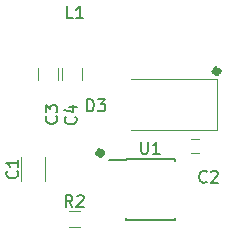
<source format=gbr>
G04 #@! TF.GenerationSoftware,KiCad,Pcbnew,(5.0.0-3-g5ebb6b6)*
G04 #@! TF.CreationDate,2018-09-18T17:23:57-07:00*
G04 #@! TF.ProjectId,phone_charger,70686F6E655F636861726765722E6B69,rev?*
G04 #@! TF.SameCoordinates,Original*
G04 #@! TF.FileFunction,Legend,Top*
G04 #@! TF.FilePolarity,Positive*
%FSLAX46Y46*%
G04 Gerber Fmt 4.6, Leading zero omitted, Abs format (unit mm)*
G04 Created by KiCad (PCBNEW (5.0.0-3-g5ebb6b6)) date Tuesday, September 18, 2018 at 05:23:57 PM*
%MOMM*%
%LPD*%
G01*
G04 APERTURE LIST*
%ADD10C,0.580000*%
%ADD11C,0.150000*%
%ADD12C,0.120000*%
G04 APERTURE END LIST*
D10*
X109626400Y-70053200D02*
G75*
G03X109626400Y-70053200I-152400J0D01*
G01*
X99771200Y-76962000D02*
G75*
G03X99771200Y-76962000I-152400J0D01*
G01*
D11*
G04 #@! TO.C,U1*
X101788001Y-77517001D02*
X101788001Y-77567001D01*
X105938001Y-77517001D02*
X105938001Y-77662001D01*
X105938001Y-82667001D02*
X105938001Y-82522001D01*
X101788001Y-82667001D02*
X101788001Y-82522001D01*
X101788001Y-77517001D02*
X105938001Y-77517001D01*
X101788001Y-82667001D02*
X105938001Y-82667001D01*
X101788001Y-77567001D02*
X100388001Y-77567001D01*
D12*
G04 #@! TO.C,C2*
X107980000Y-77003200D02*
X107280000Y-77003200D01*
X107280000Y-75803200D02*
X107980000Y-75803200D01*
G04 #@! TO.C,C4*
X98132000Y-70787200D02*
X98132000Y-69787200D01*
X96432000Y-69787200D02*
X96432000Y-70787200D01*
G04 #@! TO.C,C3*
X96049200Y-70787200D02*
X96049200Y-69787200D01*
X94349200Y-69787200D02*
X94349200Y-70787200D01*
G04 #@! TO.C,C1*
X92960000Y-77352400D02*
X92960000Y-79352400D01*
X95000000Y-79352400D02*
X95000000Y-77352400D01*
G04 #@! TO.C,D3*
X109502000Y-75048000D02*
X109502000Y-70748000D01*
X109502000Y-70748000D02*
X102202000Y-70748000D01*
X109502000Y-75048000D02*
X102202000Y-75048000D01*
G04 #@! TO.C,R2*
X97952000Y-83230000D02*
X96952000Y-83230000D01*
X96952000Y-81870000D02*
X97952000Y-81870000D01*
G04 #@! TO.C,U1*
D11*
X103101096Y-76044381D02*
X103101096Y-76853905D01*
X103148715Y-76949143D01*
X103196334Y-76996762D01*
X103291572Y-77044381D01*
X103482048Y-77044381D01*
X103577286Y-76996762D01*
X103624905Y-76949143D01*
X103672524Y-76853905D01*
X103672524Y-76044381D01*
X104672524Y-77044381D02*
X104101096Y-77044381D01*
X104386810Y-77044381D02*
X104386810Y-76044381D01*
X104291572Y-76187239D01*
X104196334Y-76282477D01*
X104101096Y-76330096D01*
G04 #@! TO.C,C2*
X108646933Y-79401942D02*
X108599314Y-79449561D01*
X108456457Y-79497180D01*
X108361219Y-79497180D01*
X108218361Y-79449561D01*
X108123123Y-79354323D01*
X108075504Y-79259085D01*
X108027885Y-79068609D01*
X108027885Y-78925752D01*
X108075504Y-78735276D01*
X108123123Y-78640038D01*
X108218361Y-78544800D01*
X108361219Y-78497180D01*
X108456457Y-78497180D01*
X108599314Y-78544800D01*
X108646933Y-78592419D01*
X109027885Y-78592419D02*
X109075504Y-78544800D01*
X109170742Y-78497180D01*
X109408838Y-78497180D01*
X109504076Y-78544800D01*
X109551695Y-78592419D01*
X109599314Y-78687657D01*
X109599314Y-78782895D01*
X109551695Y-78925752D01*
X108980266Y-79497180D01*
X109599314Y-79497180D01*
G04 #@! TO.C,C4*
X97537542Y-73928266D02*
X97585161Y-73975885D01*
X97632780Y-74118742D01*
X97632780Y-74213980D01*
X97585161Y-74356838D01*
X97489923Y-74452076D01*
X97394685Y-74499695D01*
X97204209Y-74547314D01*
X97061352Y-74547314D01*
X96870876Y-74499695D01*
X96775638Y-74452076D01*
X96680400Y-74356838D01*
X96632780Y-74213980D01*
X96632780Y-74118742D01*
X96680400Y-73975885D01*
X96728019Y-73928266D01*
X96966114Y-73071123D02*
X97632780Y-73071123D01*
X96585161Y-73309219D02*
X97299447Y-73547314D01*
X97299447Y-72928266D01*
G04 #@! TO.C,C3*
X95911942Y-73877466D02*
X95959561Y-73925085D01*
X96007180Y-74067942D01*
X96007180Y-74163180D01*
X95959561Y-74306038D01*
X95864323Y-74401276D01*
X95769085Y-74448895D01*
X95578609Y-74496514D01*
X95435752Y-74496514D01*
X95245276Y-74448895D01*
X95150038Y-74401276D01*
X95054800Y-74306038D01*
X95007180Y-74163180D01*
X95007180Y-74067942D01*
X95054800Y-73925085D01*
X95102419Y-73877466D01*
X95007180Y-73544133D02*
X95007180Y-72925085D01*
X95388133Y-73258419D01*
X95388133Y-73115561D01*
X95435752Y-73020323D01*
X95483371Y-72972704D01*
X95578609Y-72925085D01*
X95816704Y-72925085D01*
X95911942Y-72972704D01*
X95959561Y-73020323D01*
X96007180Y-73115561D01*
X96007180Y-73401276D01*
X95959561Y-73496514D01*
X95911942Y-73544133D01*
G04 #@! TO.C,C1*
X92587142Y-78519066D02*
X92634761Y-78566685D01*
X92682380Y-78709542D01*
X92682380Y-78804780D01*
X92634761Y-78947638D01*
X92539523Y-79042876D01*
X92444285Y-79090495D01*
X92253809Y-79138114D01*
X92110952Y-79138114D01*
X91920476Y-79090495D01*
X91825238Y-79042876D01*
X91730000Y-78947638D01*
X91682380Y-78804780D01*
X91682380Y-78709542D01*
X91730000Y-78566685D01*
X91777619Y-78519066D01*
X92682380Y-77566685D02*
X92682380Y-78138114D01*
X92682380Y-77852400D02*
X91682380Y-77852400D01*
X91825238Y-77947638D01*
X91920476Y-78042876D01*
X91968095Y-78138114D01*
G04 #@! TO.C,D3*
X98525104Y-73451980D02*
X98525104Y-72451980D01*
X98763200Y-72451980D01*
X98906057Y-72499600D01*
X99001295Y-72594838D01*
X99048914Y-72690076D01*
X99096533Y-72880552D01*
X99096533Y-73023409D01*
X99048914Y-73213885D01*
X99001295Y-73309123D01*
X98906057Y-73404361D01*
X98763200Y-73451980D01*
X98525104Y-73451980D01*
X99429866Y-72451980D02*
X100048914Y-72451980D01*
X99715580Y-72832933D01*
X99858438Y-72832933D01*
X99953676Y-72880552D01*
X100001295Y-72928171D01*
X100048914Y-73023409D01*
X100048914Y-73261504D01*
X100001295Y-73356742D01*
X99953676Y-73404361D01*
X99858438Y-73451980D01*
X99572723Y-73451980D01*
X99477485Y-73404361D01*
X99429866Y-73356742D01*
G04 #@! TO.C,R2*
X97285333Y-81552380D02*
X96952000Y-81076190D01*
X96713904Y-81552380D02*
X96713904Y-80552380D01*
X97094857Y-80552380D01*
X97190095Y-80600000D01*
X97237714Y-80647619D01*
X97285333Y-80742857D01*
X97285333Y-80885714D01*
X97237714Y-80980952D01*
X97190095Y-81028571D01*
X97094857Y-81076190D01*
X96713904Y-81076190D01*
X97666285Y-80647619D02*
X97713904Y-80600000D01*
X97809142Y-80552380D01*
X98047238Y-80552380D01*
X98142476Y-80600000D01*
X98190095Y-80647619D01*
X98237714Y-80742857D01*
X98237714Y-80838095D01*
X98190095Y-80980952D01*
X97618666Y-81552380D01*
X98237714Y-81552380D01*
G04 #@! TO.C,L1*
X97318533Y-65577980D02*
X96842342Y-65577980D01*
X96842342Y-64577980D01*
X98175676Y-65577980D02*
X97604247Y-65577980D01*
X97889961Y-65577980D02*
X97889961Y-64577980D01*
X97794723Y-64720838D01*
X97699485Y-64816076D01*
X97604247Y-64863695D01*
G04 #@! TD*
M02*

</source>
